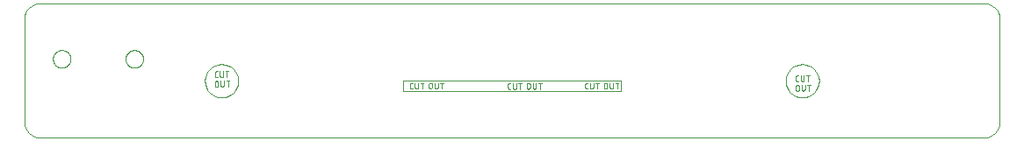
<source format=gbp>
G04 EAGLE Gerber RS-274X export*
G75*
%MOMM*%
%FSLAX34Y34*%
%LPD*%
%INSolder paste bottom*%
%IPPOS*%
%AMOC8*
5,1,8,0,0,1.08239X$1,22.5*%
G01*
%ADD10C,0.001000*%
%ADD11C,0.050800*%
%ADD12C,0.000000*%


D10*
X-208369Y447928D02*
X701481Y447928D01*
X704509Y447620D01*
X707335Y446739D01*
X709895Y445345D01*
X712128Y443500D01*
X713973Y441267D01*
X715367Y438707D01*
X716248Y435881D01*
X716556Y432853D01*
X716556Y333003D01*
X716248Y329975D01*
X715367Y327149D01*
X713973Y324589D01*
X712128Y322356D01*
X709895Y320511D01*
X707335Y319117D01*
X704509Y318236D01*
X701481Y317928D01*
X-208369Y317928D01*
X-211397Y318236D01*
X-214223Y319117D01*
X-216783Y320511D01*
X-219016Y322356D01*
X-220861Y324589D01*
X-222255Y327149D01*
X-223136Y329975D01*
X-223444Y333003D01*
X-223444Y432853D01*
X-223136Y435881D01*
X-222255Y438707D01*
X-220861Y441267D01*
X-219016Y443500D01*
X-216783Y445345D01*
X-214223Y446739D01*
X-211397Y447620D01*
X-208369Y447928D01*
X526556Y388978D02*
X529791Y388652D01*
X532803Y387717D01*
X535530Y386237D01*
X537905Y384277D01*
X539865Y381902D01*
X541345Y379175D01*
X542280Y376163D01*
X542606Y372928D01*
X542280Y369693D01*
X541345Y366681D01*
X539865Y363954D01*
X537905Y361579D01*
X535530Y359619D01*
X532803Y358139D01*
X529791Y357204D01*
X526556Y356878D01*
X523321Y357204D01*
X520309Y358139D01*
X517582Y359619D01*
X515207Y361579D01*
X513247Y363954D01*
X511767Y366681D01*
X510832Y369693D01*
X510506Y372928D01*
X510832Y376163D01*
X511767Y379175D01*
X513247Y381902D01*
X515207Y384277D01*
X517582Y386237D01*
X520309Y387717D01*
X523321Y388652D01*
X526556Y388978D01*
X-30209Y388652D02*
X-33444Y388978D01*
X-30209Y388652D02*
X-27197Y387717D01*
X-24470Y386237D01*
X-22095Y384277D01*
X-20135Y381902D01*
X-18655Y379175D01*
X-17720Y376163D01*
X-17394Y372928D01*
X-17720Y369693D01*
X-18655Y366681D01*
X-20135Y363954D01*
X-22095Y361579D01*
X-24470Y359619D01*
X-27197Y358139D01*
X-30209Y357204D01*
X-33444Y356878D01*
X-36679Y357204D01*
X-39691Y358139D01*
X-42418Y359619D01*
X-44793Y361579D01*
X-46753Y363954D01*
X-48233Y366681D01*
X-49168Y369693D01*
X-49494Y372928D01*
X-49168Y376163D01*
X-48233Y379175D01*
X-46753Y381902D01*
X-44793Y384277D01*
X-42418Y386237D01*
X-39691Y387717D01*
X-36679Y388652D01*
X-33444Y388978D01*
X141556Y362928D02*
X351556Y362928D01*
X351556Y372928D01*
X141556Y372928D01*
X141556Y362928D01*
X523425Y388670D02*
X526556Y388978D01*
X523425Y388670D02*
X520414Y387756D01*
X517639Y386273D01*
X515207Y384277D01*
X513211Y381845D01*
X511728Y379070D01*
X510814Y376059D01*
X510506Y372928D01*
X510814Y369797D01*
X511728Y366786D01*
X513211Y364011D01*
X515207Y361579D01*
X517639Y359583D01*
X520414Y358100D01*
X523425Y357186D01*
X526556Y356878D01*
X529687Y357186D01*
X532698Y358100D01*
X535473Y359583D01*
X537905Y361579D01*
X539901Y364011D01*
X541384Y366786D01*
X542298Y369797D01*
X542606Y372928D01*
X542298Y376059D01*
X541384Y379070D01*
X539901Y381845D01*
X537905Y384277D01*
X535473Y386273D01*
X532698Y387756D01*
X529687Y388670D01*
X526556Y388978D01*
X-33444Y388978D02*
X-36575Y388670D01*
X-39586Y387756D01*
X-42361Y386273D01*
X-44793Y384277D01*
X-46789Y381845D01*
X-48272Y379070D01*
X-49186Y376059D01*
X-49494Y372928D01*
X-49186Y369797D01*
X-48272Y366786D01*
X-46789Y364011D01*
X-44793Y361579D01*
X-42361Y359583D01*
X-39586Y358100D01*
X-36575Y357186D01*
X-33444Y356878D01*
X-30313Y357186D01*
X-27302Y358100D01*
X-24527Y359583D01*
X-22095Y361579D01*
X-20099Y364011D01*
X-18616Y366786D01*
X-17702Y369797D01*
X-17394Y372928D01*
X-17702Y376059D01*
X-18616Y379070D01*
X-20099Y381845D01*
X-22095Y384277D01*
X-24527Y386273D01*
X-27302Y387756D01*
X-30313Y388670D01*
X-33444Y388978D01*
D11*
X-37262Y376398D02*
X-38504Y376398D01*
X-38574Y376400D01*
X-38643Y376406D01*
X-38712Y376416D01*
X-38780Y376429D01*
X-38848Y376447D01*
X-38914Y376468D01*
X-38979Y376493D01*
X-39043Y376521D01*
X-39105Y376553D01*
X-39165Y376588D01*
X-39223Y376627D01*
X-39278Y376669D01*
X-39332Y376714D01*
X-39382Y376762D01*
X-39430Y376812D01*
X-39475Y376866D01*
X-39517Y376921D01*
X-39556Y376979D01*
X-39591Y377039D01*
X-39623Y377101D01*
X-39651Y377165D01*
X-39676Y377230D01*
X-39697Y377296D01*
X-39715Y377364D01*
X-39728Y377432D01*
X-39738Y377501D01*
X-39744Y377570D01*
X-39746Y377640D01*
X-39746Y380744D01*
X-39744Y380814D01*
X-39738Y380883D01*
X-39728Y380952D01*
X-39715Y381020D01*
X-39697Y381088D01*
X-39676Y381154D01*
X-39651Y381219D01*
X-39623Y381283D01*
X-39591Y381345D01*
X-39556Y381405D01*
X-39517Y381463D01*
X-39475Y381518D01*
X-39430Y381572D01*
X-39382Y381622D01*
X-39332Y381670D01*
X-39278Y381715D01*
X-39223Y381757D01*
X-39165Y381796D01*
X-39105Y381831D01*
X-39043Y381863D01*
X-38979Y381891D01*
X-38914Y381916D01*
X-38848Y381937D01*
X-38780Y381955D01*
X-38712Y381968D01*
X-38643Y381978D01*
X-38574Y381984D01*
X-38504Y381986D01*
X-37262Y381986D01*
X-34975Y381986D02*
X-34975Y377950D01*
X-34973Y377873D01*
X-34967Y377795D01*
X-34958Y377719D01*
X-34944Y377642D01*
X-34927Y377567D01*
X-34906Y377493D01*
X-34881Y377419D01*
X-34853Y377347D01*
X-34821Y377277D01*
X-34786Y377208D01*
X-34747Y377141D01*
X-34705Y377076D01*
X-34660Y377013D01*
X-34612Y376952D01*
X-34561Y376894D01*
X-34507Y376839D01*
X-34450Y376786D01*
X-34391Y376737D01*
X-34329Y376690D01*
X-34265Y376646D01*
X-34199Y376606D01*
X-34131Y376569D01*
X-34061Y376535D01*
X-33990Y376505D01*
X-33917Y376479D01*
X-33843Y376456D01*
X-33768Y376437D01*
X-33693Y376422D01*
X-33616Y376410D01*
X-33539Y376402D01*
X-33462Y376398D01*
X-33384Y376398D01*
X-33307Y376402D01*
X-33230Y376410D01*
X-33153Y376422D01*
X-33078Y376437D01*
X-33003Y376456D01*
X-32929Y376479D01*
X-32856Y376505D01*
X-32785Y376535D01*
X-32715Y376569D01*
X-32647Y376606D01*
X-32581Y376646D01*
X-32517Y376690D01*
X-32455Y376737D01*
X-32396Y376786D01*
X-32339Y376839D01*
X-32285Y376894D01*
X-32234Y376952D01*
X-32186Y377013D01*
X-32141Y377076D01*
X-32099Y377141D01*
X-32060Y377208D01*
X-32025Y377277D01*
X-31993Y377347D01*
X-31965Y377419D01*
X-31940Y377493D01*
X-31919Y377567D01*
X-31902Y377642D01*
X-31888Y377719D01*
X-31879Y377795D01*
X-31873Y377873D01*
X-31871Y377950D01*
X-31870Y377950D02*
X-31870Y381986D01*
X-28119Y381986D02*
X-28119Y376398D01*
X-29671Y381986D02*
X-26567Y381986D01*
X-39746Y371290D02*
X-39746Y368806D01*
X-39746Y371290D02*
X-39744Y371367D01*
X-39738Y371445D01*
X-39729Y371521D01*
X-39715Y371598D01*
X-39698Y371673D01*
X-39677Y371747D01*
X-39652Y371821D01*
X-39624Y371893D01*
X-39592Y371963D01*
X-39557Y372032D01*
X-39518Y372099D01*
X-39476Y372164D01*
X-39431Y372227D01*
X-39383Y372288D01*
X-39332Y372346D01*
X-39278Y372401D01*
X-39221Y372454D01*
X-39162Y372503D01*
X-39100Y372550D01*
X-39036Y372594D01*
X-38970Y372634D01*
X-38902Y372671D01*
X-38832Y372705D01*
X-38761Y372735D01*
X-38688Y372761D01*
X-38614Y372784D01*
X-38539Y372803D01*
X-38464Y372818D01*
X-38387Y372830D01*
X-38310Y372838D01*
X-38233Y372842D01*
X-38155Y372842D01*
X-38078Y372838D01*
X-38001Y372830D01*
X-37924Y372818D01*
X-37849Y372803D01*
X-37774Y372784D01*
X-37700Y372761D01*
X-37627Y372735D01*
X-37556Y372705D01*
X-37486Y372671D01*
X-37418Y372634D01*
X-37352Y372594D01*
X-37288Y372550D01*
X-37226Y372503D01*
X-37167Y372454D01*
X-37110Y372401D01*
X-37056Y372346D01*
X-37005Y372288D01*
X-36957Y372227D01*
X-36912Y372164D01*
X-36870Y372099D01*
X-36831Y372032D01*
X-36796Y371963D01*
X-36764Y371893D01*
X-36736Y371821D01*
X-36711Y371747D01*
X-36690Y371673D01*
X-36673Y371598D01*
X-36659Y371521D01*
X-36650Y371445D01*
X-36644Y371367D01*
X-36642Y371290D01*
X-36642Y368806D01*
X-36644Y368729D01*
X-36650Y368651D01*
X-36659Y368575D01*
X-36673Y368498D01*
X-36690Y368423D01*
X-36711Y368349D01*
X-36736Y368275D01*
X-36764Y368203D01*
X-36796Y368133D01*
X-36831Y368064D01*
X-36870Y367997D01*
X-36912Y367932D01*
X-36957Y367869D01*
X-37005Y367808D01*
X-37056Y367750D01*
X-37110Y367695D01*
X-37167Y367642D01*
X-37226Y367593D01*
X-37288Y367546D01*
X-37352Y367502D01*
X-37418Y367462D01*
X-37486Y367425D01*
X-37556Y367391D01*
X-37627Y367361D01*
X-37700Y367335D01*
X-37774Y367312D01*
X-37849Y367293D01*
X-37924Y367278D01*
X-38001Y367266D01*
X-38078Y367258D01*
X-38155Y367254D01*
X-38233Y367254D01*
X-38310Y367258D01*
X-38387Y367266D01*
X-38464Y367278D01*
X-38539Y367293D01*
X-38614Y367312D01*
X-38688Y367335D01*
X-38761Y367361D01*
X-38832Y367391D01*
X-38902Y367425D01*
X-38970Y367462D01*
X-39036Y367502D01*
X-39100Y367546D01*
X-39162Y367593D01*
X-39221Y367642D01*
X-39278Y367695D01*
X-39332Y367750D01*
X-39383Y367808D01*
X-39431Y367869D01*
X-39476Y367932D01*
X-39518Y367997D01*
X-39557Y368064D01*
X-39592Y368133D01*
X-39624Y368203D01*
X-39652Y368275D01*
X-39677Y368349D01*
X-39698Y368423D01*
X-39715Y368498D01*
X-39729Y368575D01*
X-39738Y368651D01*
X-39744Y368729D01*
X-39746Y368806D01*
X-34077Y368806D02*
X-34077Y372842D01*
X-34077Y368806D02*
X-34075Y368729D01*
X-34069Y368651D01*
X-34060Y368575D01*
X-34046Y368498D01*
X-34029Y368423D01*
X-34008Y368349D01*
X-33983Y368275D01*
X-33955Y368203D01*
X-33923Y368133D01*
X-33888Y368064D01*
X-33849Y367997D01*
X-33807Y367932D01*
X-33762Y367869D01*
X-33714Y367808D01*
X-33663Y367750D01*
X-33609Y367695D01*
X-33552Y367642D01*
X-33493Y367593D01*
X-33431Y367546D01*
X-33367Y367502D01*
X-33301Y367462D01*
X-33233Y367425D01*
X-33163Y367391D01*
X-33092Y367361D01*
X-33019Y367335D01*
X-32945Y367312D01*
X-32870Y367293D01*
X-32795Y367278D01*
X-32718Y367266D01*
X-32641Y367258D01*
X-32564Y367254D01*
X-32486Y367254D01*
X-32409Y367258D01*
X-32332Y367266D01*
X-32255Y367278D01*
X-32180Y367293D01*
X-32105Y367312D01*
X-32031Y367335D01*
X-31958Y367361D01*
X-31887Y367391D01*
X-31817Y367425D01*
X-31749Y367462D01*
X-31683Y367502D01*
X-31619Y367546D01*
X-31557Y367593D01*
X-31498Y367642D01*
X-31441Y367695D01*
X-31387Y367750D01*
X-31336Y367808D01*
X-31288Y367869D01*
X-31243Y367932D01*
X-31201Y367997D01*
X-31162Y368064D01*
X-31127Y368133D01*
X-31095Y368203D01*
X-31067Y368275D01*
X-31042Y368349D01*
X-31021Y368423D01*
X-31004Y368498D01*
X-30990Y368575D01*
X-30981Y368651D01*
X-30975Y368729D01*
X-30973Y368806D01*
X-30972Y368806D02*
X-30972Y372842D01*
X-27221Y372842D02*
X-27221Y367254D01*
X-28773Y372842D02*
X-25669Y372842D01*
X521496Y372398D02*
X522738Y372398D01*
X521496Y372398D02*
X521426Y372400D01*
X521357Y372406D01*
X521288Y372416D01*
X521220Y372429D01*
X521152Y372447D01*
X521086Y372468D01*
X521021Y372493D01*
X520957Y372521D01*
X520895Y372553D01*
X520835Y372588D01*
X520777Y372627D01*
X520722Y372669D01*
X520668Y372714D01*
X520618Y372762D01*
X520570Y372812D01*
X520525Y372866D01*
X520483Y372921D01*
X520444Y372979D01*
X520409Y373039D01*
X520377Y373101D01*
X520349Y373165D01*
X520324Y373230D01*
X520303Y373296D01*
X520285Y373364D01*
X520272Y373432D01*
X520262Y373501D01*
X520256Y373570D01*
X520254Y373640D01*
X520254Y376744D01*
X520256Y376814D01*
X520262Y376883D01*
X520272Y376952D01*
X520285Y377020D01*
X520303Y377088D01*
X520324Y377154D01*
X520349Y377219D01*
X520377Y377283D01*
X520409Y377345D01*
X520444Y377405D01*
X520483Y377463D01*
X520525Y377518D01*
X520570Y377572D01*
X520618Y377622D01*
X520668Y377670D01*
X520722Y377715D01*
X520777Y377757D01*
X520835Y377796D01*
X520895Y377831D01*
X520957Y377863D01*
X521021Y377891D01*
X521086Y377916D01*
X521152Y377937D01*
X521220Y377955D01*
X521288Y377968D01*
X521357Y377978D01*
X521426Y377984D01*
X521496Y377986D01*
X522738Y377986D01*
X525025Y377986D02*
X525025Y373950D01*
X525027Y373873D01*
X525033Y373795D01*
X525042Y373719D01*
X525056Y373642D01*
X525073Y373567D01*
X525094Y373493D01*
X525119Y373419D01*
X525147Y373347D01*
X525179Y373277D01*
X525214Y373208D01*
X525253Y373141D01*
X525295Y373076D01*
X525340Y373013D01*
X525388Y372952D01*
X525439Y372894D01*
X525493Y372839D01*
X525550Y372786D01*
X525609Y372737D01*
X525671Y372690D01*
X525735Y372646D01*
X525801Y372606D01*
X525869Y372569D01*
X525939Y372535D01*
X526010Y372505D01*
X526083Y372479D01*
X526157Y372456D01*
X526232Y372437D01*
X526307Y372422D01*
X526384Y372410D01*
X526461Y372402D01*
X526538Y372398D01*
X526616Y372398D01*
X526693Y372402D01*
X526770Y372410D01*
X526847Y372422D01*
X526922Y372437D01*
X526997Y372456D01*
X527071Y372479D01*
X527144Y372505D01*
X527215Y372535D01*
X527285Y372569D01*
X527353Y372606D01*
X527419Y372646D01*
X527483Y372690D01*
X527545Y372737D01*
X527604Y372786D01*
X527661Y372839D01*
X527715Y372894D01*
X527766Y372952D01*
X527814Y373013D01*
X527859Y373076D01*
X527901Y373141D01*
X527940Y373208D01*
X527975Y373277D01*
X528007Y373347D01*
X528035Y373419D01*
X528060Y373493D01*
X528081Y373567D01*
X528098Y373642D01*
X528112Y373719D01*
X528121Y373795D01*
X528127Y373873D01*
X528129Y373950D01*
X528130Y373950D02*
X528130Y377986D01*
X531881Y377986D02*
X531881Y372398D01*
X530329Y377986D02*
X533433Y377986D01*
X520254Y367290D02*
X520254Y364806D01*
X520254Y367290D02*
X520256Y367367D01*
X520262Y367445D01*
X520271Y367521D01*
X520285Y367598D01*
X520302Y367673D01*
X520323Y367747D01*
X520348Y367821D01*
X520376Y367893D01*
X520408Y367963D01*
X520443Y368032D01*
X520482Y368099D01*
X520524Y368164D01*
X520569Y368227D01*
X520617Y368288D01*
X520668Y368346D01*
X520722Y368401D01*
X520779Y368454D01*
X520838Y368503D01*
X520900Y368550D01*
X520964Y368594D01*
X521030Y368634D01*
X521098Y368671D01*
X521168Y368705D01*
X521239Y368735D01*
X521312Y368761D01*
X521386Y368784D01*
X521461Y368803D01*
X521536Y368818D01*
X521613Y368830D01*
X521690Y368838D01*
X521767Y368842D01*
X521845Y368842D01*
X521922Y368838D01*
X521999Y368830D01*
X522076Y368818D01*
X522151Y368803D01*
X522226Y368784D01*
X522300Y368761D01*
X522373Y368735D01*
X522444Y368705D01*
X522514Y368671D01*
X522582Y368634D01*
X522648Y368594D01*
X522712Y368550D01*
X522774Y368503D01*
X522833Y368454D01*
X522890Y368401D01*
X522944Y368346D01*
X522995Y368288D01*
X523043Y368227D01*
X523088Y368164D01*
X523130Y368099D01*
X523169Y368032D01*
X523204Y367963D01*
X523236Y367893D01*
X523264Y367821D01*
X523289Y367747D01*
X523310Y367673D01*
X523327Y367598D01*
X523341Y367521D01*
X523350Y367445D01*
X523356Y367367D01*
X523358Y367290D01*
X523358Y364806D01*
X523356Y364729D01*
X523350Y364651D01*
X523341Y364575D01*
X523327Y364498D01*
X523310Y364423D01*
X523289Y364349D01*
X523264Y364275D01*
X523236Y364203D01*
X523204Y364133D01*
X523169Y364064D01*
X523130Y363997D01*
X523088Y363932D01*
X523043Y363869D01*
X522995Y363808D01*
X522944Y363750D01*
X522890Y363695D01*
X522833Y363642D01*
X522774Y363593D01*
X522712Y363546D01*
X522648Y363502D01*
X522582Y363462D01*
X522514Y363425D01*
X522444Y363391D01*
X522373Y363361D01*
X522300Y363335D01*
X522226Y363312D01*
X522151Y363293D01*
X522076Y363278D01*
X521999Y363266D01*
X521922Y363258D01*
X521845Y363254D01*
X521767Y363254D01*
X521690Y363258D01*
X521613Y363266D01*
X521536Y363278D01*
X521461Y363293D01*
X521386Y363312D01*
X521312Y363335D01*
X521239Y363361D01*
X521168Y363391D01*
X521098Y363425D01*
X521030Y363462D01*
X520964Y363502D01*
X520900Y363546D01*
X520838Y363593D01*
X520779Y363642D01*
X520722Y363695D01*
X520668Y363750D01*
X520617Y363808D01*
X520569Y363869D01*
X520524Y363932D01*
X520482Y363997D01*
X520443Y364064D01*
X520408Y364133D01*
X520376Y364203D01*
X520348Y364275D01*
X520323Y364349D01*
X520302Y364423D01*
X520285Y364498D01*
X520271Y364575D01*
X520262Y364651D01*
X520256Y364729D01*
X520254Y364806D01*
X525923Y364806D02*
X525923Y368842D01*
X525923Y364806D02*
X525925Y364729D01*
X525931Y364651D01*
X525940Y364575D01*
X525954Y364498D01*
X525971Y364423D01*
X525992Y364349D01*
X526017Y364275D01*
X526045Y364203D01*
X526077Y364133D01*
X526112Y364064D01*
X526151Y363997D01*
X526193Y363932D01*
X526238Y363869D01*
X526286Y363808D01*
X526337Y363750D01*
X526391Y363695D01*
X526448Y363642D01*
X526507Y363593D01*
X526569Y363546D01*
X526633Y363502D01*
X526699Y363462D01*
X526767Y363425D01*
X526837Y363391D01*
X526908Y363361D01*
X526981Y363335D01*
X527055Y363312D01*
X527130Y363293D01*
X527205Y363278D01*
X527282Y363266D01*
X527359Y363258D01*
X527436Y363254D01*
X527514Y363254D01*
X527591Y363258D01*
X527668Y363266D01*
X527745Y363278D01*
X527820Y363293D01*
X527895Y363312D01*
X527969Y363335D01*
X528042Y363361D01*
X528113Y363391D01*
X528183Y363425D01*
X528251Y363462D01*
X528317Y363502D01*
X528381Y363546D01*
X528443Y363593D01*
X528502Y363642D01*
X528559Y363695D01*
X528613Y363750D01*
X528664Y363808D01*
X528712Y363869D01*
X528757Y363932D01*
X528799Y363997D01*
X528838Y364064D01*
X528873Y364133D01*
X528905Y364203D01*
X528933Y364275D01*
X528958Y364349D01*
X528979Y364423D01*
X528996Y364498D01*
X529010Y364575D01*
X529019Y364651D01*
X529025Y364729D01*
X529027Y364806D01*
X529028Y364806D02*
X529028Y368842D01*
X532779Y368842D02*
X532779Y363254D01*
X531227Y368842D02*
X534331Y368842D01*
X150738Y365254D02*
X149496Y365254D01*
X149426Y365256D01*
X149357Y365262D01*
X149288Y365272D01*
X149220Y365285D01*
X149152Y365303D01*
X149086Y365324D01*
X149021Y365349D01*
X148957Y365377D01*
X148895Y365409D01*
X148835Y365444D01*
X148777Y365483D01*
X148722Y365525D01*
X148668Y365570D01*
X148618Y365618D01*
X148570Y365668D01*
X148525Y365722D01*
X148483Y365777D01*
X148444Y365835D01*
X148409Y365895D01*
X148377Y365957D01*
X148349Y366021D01*
X148324Y366086D01*
X148303Y366152D01*
X148285Y366220D01*
X148272Y366288D01*
X148262Y366357D01*
X148256Y366426D01*
X148254Y366496D01*
X148254Y369600D01*
X148256Y369670D01*
X148262Y369739D01*
X148272Y369808D01*
X148285Y369876D01*
X148303Y369944D01*
X148324Y370010D01*
X148349Y370075D01*
X148377Y370139D01*
X148409Y370201D01*
X148444Y370261D01*
X148483Y370319D01*
X148525Y370374D01*
X148570Y370428D01*
X148618Y370478D01*
X148668Y370526D01*
X148722Y370571D01*
X148777Y370613D01*
X148835Y370652D01*
X148895Y370687D01*
X148957Y370719D01*
X149021Y370747D01*
X149086Y370772D01*
X149152Y370793D01*
X149220Y370811D01*
X149288Y370824D01*
X149357Y370834D01*
X149426Y370840D01*
X149496Y370842D01*
X150738Y370842D01*
X153025Y370842D02*
X153025Y366806D01*
X153027Y366729D01*
X153033Y366651D01*
X153042Y366575D01*
X153056Y366498D01*
X153073Y366423D01*
X153094Y366349D01*
X153119Y366275D01*
X153147Y366203D01*
X153179Y366133D01*
X153214Y366064D01*
X153253Y365997D01*
X153295Y365932D01*
X153340Y365869D01*
X153388Y365808D01*
X153439Y365750D01*
X153493Y365695D01*
X153550Y365642D01*
X153609Y365593D01*
X153671Y365546D01*
X153735Y365502D01*
X153801Y365462D01*
X153869Y365425D01*
X153939Y365391D01*
X154010Y365361D01*
X154083Y365335D01*
X154157Y365312D01*
X154232Y365293D01*
X154307Y365278D01*
X154384Y365266D01*
X154461Y365258D01*
X154538Y365254D01*
X154616Y365254D01*
X154693Y365258D01*
X154770Y365266D01*
X154847Y365278D01*
X154922Y365293D01*
X154997Y365312D01*
X155071Y365335D01*
X155144Y365361D01*
X155215Y365391D01*
X155285Y365425D01*
X155353Y365462D01*
X155419Y365502D01*
X155483Y365546D01*
X155545Y365593D01*
X155604Y365642D01*
X155661Y365695D01*
X155715Y365750D01*
X155766Y365808D01*
X155814Y365869D01*
X155859Y365932D01*
X155901Y365997D01*
X155940Y366064D01*
X155975Y366133D01*
X156007Y366203D01*
X156035Y366275D01*
X156060Y366349D01*
X156081Y366423D01*
X156098Y366498D01*
X156112Y366575D01*
X156121Y366651D01*
X156127Y366729D01*
X156129Y366806D01*
X156130Y366806D02*
X156130Y370842D01*
X159881Y370842D02*
X159881Y365254D01*
X158329Y370842D02*
X161433Y370842D01*
X166375Y369290D02*
X166375Y366806D01*
X166375Y369290D02*
X166377Y369367D01*
X166383Y369445D01*
X166392Y369521D01*
X166406Y369598D01*
X166423Y369673D01*
X166444Y369747D01*
X166469Y369821D01*
X166497Y369893D01*
X166529Y369963D01*
X166564Y370032D01*
X166603Y370099D01*
X166645Y370164D01*
X166690Y370227D01*
X166738Y370288D01*
X166789Y370346D01*
X166843Y370401D01*
X166900Y370454D01*
X166959Y370503D01*
X167021Y370550D01*
X167085Y370594D01*
X167151Y370634D01*
X167219Y370671D01*
X167289Y370705D01*
X167360Y370735D01*
X167433Y370761D01*
X167507Y370784D01*
X167582Y370803D01*
X167657Y370818D01*
X167734Y370830D01*
X167811Y370838D01*
X167888Y370842D01*
X167966Y370842D01*
X168043Y370838D01*
X168120Y370830D01*
X168197Y370818D01*
X168272Y370803D01*
X168347Y370784D01*
X168421Y370761D01*
X168494Y370735D01*
X168565Y370705D01*
X168635Y370671D01*
X168703Y370634D01*
X168769Y370594D01*
X168833Y370550D01*
X168895Y370503D01*
X168954Y370454D01*
X169011Y370401D01*
X169065Y370346D01*
X169116Y370288D01*
X169164Y370227D01*
X169209Y370164D01*
X169251Y370099D01*
X169290Y370032D01*
X169325Y369963D01*
X169357Y369893D01*
X169385Y369821D01*
X169410Y369747D01*
X169431Y369673D01*
X169448Y369598D01*
X169462Y369521D01*
X169471Y369445D01*
X169477Y369367D01*
X169479Y369290D01*
X169480Y369290D02*
X169480Y366806D01*
X169479Y366806D02*
X169477Y366729D01*
X169471Y366651D01*
X169462Y366575D01*
X169448Y366498D01*
X169431Y366423D01*
X169410Y366349D01*
X169385Y366275D01*
X169357Y366203D01*
X169325Y366133D01*
X169290Y366064D01*
X169251Y365997D01*
X169209Y365932D01*
X169164Y365869D01*
X169116Y365808D01*
X169065Y365750D01*
X169011Y365695D01*
X168954Y365642D01*
X168895Y365593D01*
X168833Y365546D01*
X168769Y365502D01*
X168703Y365462D01*
X168635Y365425D01*
X168565Y365391D01*
X168494Y365361D01*
X168421Y365335D01*
X168347Y365312D01*
X168272Y365293D01*
X168197Y365278D01*
X168120Y365266D01*
X168043Y365258D01*
X167966Y365254D01*
X167888Y365254D01*
X167811Y365258D01*
X167734Y365266D01*
X167657Y365278D01*
X167582Y365293D01*
X167507Y365312D01*
X167433Y365335D01*
X167360Y365361D01*
X167289Y365391D01*
X167219Y365425D01*
X167151Y365462D01*
X167085Y365502D01*
X167021Y365546D01*
X166959Y365593D01*
X166900Y365642D01*
X166843Y365695D01*
X166789Y365750D01*
X166738Y365808D01*
X166690Y365869D01*
X166645Y365932D01*
X166603Y365997D01*
X166564Y366064D01*
X166529Y366133D01*
X166497Y366203D01*
X166469Y366275D01*
X166444Y366349D01*
X166423Y366423D01*
X166406Y366498D01*
X166392Y366575D01*
X166383Y366651D01*
X166377Y366729D01*
X166375Y366806D01*
X172045Y366806D02*
X172045Y370842D01*
X172045Y366806D02*
X172047Y366729D01*
X172053Y366651D01*
X172062Y366575D01*
X172076Y366498D01*
X172093Y366423D01*
X172114Y366349D01*
X172139Y366275D01*
X172167Y366203D01*
X172199Y366133D01*
X172234Y366064D01*
X172273Y365997D01*
X172315Y365932D01*
X172360Y365869D01*
X172408Y365808D01*
X172459Y365750D01*
X172513Y365695D01*
X172570Y365642D01*
X172629Y365593D01*
X172691Y365546D01*
X172755Y365502D01*
X172821Y365462D01*
X172889Y365425D01*
X172959Y365391D01*
X173030Y365361D01*
X173103Y365335D01*
X173177Y365312D01*
X173252Y365293D01*
X173327Y365278D01*
X173404Y365266D01*
X173481Y365258D01*
X173558Y365254D01*
X173636Y365254D01*
X173713Y365258D01*
X173790Y365266D01*
X173867Y365278D01*
X173942Y365293D01*
X174017Y365312D01*
X174091Y365335D01*
X174164Y365361D01*
X174235Y365391D01*
X174305Y365425D01*
X174373Y365462D01*
X174439Y365502D01*
X174503Y365546D01*
X174565Y365593D01*
X174624Y365642D01*
X174681Y365695D01*
X174735Y365750D01*
X174786Y365808D01*
X174834Y365869D01*
X174879Y365932D01*
X174921Y365997D01*
X174960Y366064D01*
X174995Y366133D01*
X175027Y366203D01*
X175055Y366275D01*
X175080Y366349D01*
X175101Y366423D01*
X175118Y366498D01*
X175132Y366575D01*
X175141Y366651D01*
X175147Y366729D01*
X175149Y366806D01*
X175149Y370842D01*
X178900Y370842D02*
X178900Y365254D01*
X177348Y370842D02*
X180452Y370842D01*
X244058Y364955D02*
X245300Y364955D01*
X244058Y364955D02*
X243988Y364957D01*
X243919Y364963D01*
X243850Y364973D01*
X243782Y364986D01*
X243714Y365004D01*
X243648Y365025D01*
X243583Y365050D01*
X243519Y365078D01*
X243457Y365110D01*
X243397Y365145D01*
X243339Y365184D01*
X243284Y365226D01*
X243230Y365271D01*
X243180Y365319D01*
X243132Y365369D01*
X243087Y365423D01*
X243045Y365478D01*
X243006Y365536D01*
X242971Y365596D01*
X242939Y365658D01*
X242911Y365722D01*
X242886Y365787D01*
X242865Y365853D01*
X242847Y365921D01*
X242834Y365989D01*
X242824Y366058D01*
X242818Y366127D01*
X242816Y366197D01*
X242816Y369301D01*
X242818Y369371D01*
X242824Y369440D01*
X242834Y369509D01*
X242847Y369577D01*
X242865Y369645D01*
X242886Y369711D01*
X242911Y369776D01*
X242939Y369840D01*
X242971Y369902D01*
X243006Y369962D01*
X243045Y370020D01*
X243087Y370075D01*
X243132Y370129D01*
X243180Y370179D01*
X243230Y370227D01*
X243284Y370272D01*
X243339Y370314D01*
X243397Y370353D01*
X243457Y370388D01*
X243519Y370420D01*
X243583Y370448D01*
X243648Y370473D01*
X243714Y370494D01*
X243782Y370512D01*
X243850Y370525D01*
X243919Y370535D01*
X243988Y370541D01*
X244058Y370543D01*
X245300Y370543D01*
X247587Y370543D02*
X247587Y366507D01*
X247588Y366507D02*
X247590Y366430D01*
X247596Y366352D01*
X247605Y366276D01*
X247619Y366199D01*
X247636Y366124D01*
X247657Y366050D01*
X247682Y365976D01*
X247710Y365904D01*
X247742Y365834D01*
X247777Y365765D01*
X247816Y365698D01*
X247858Y365633D01*
X247903Y365570D01*
X247951Y365509D01*
X248002Y365451D01*
X248056Y365396D01*
X248113Y365343D01*
X248172Y365294D01*
X248234Y365247D01*
X248298Y365203D01*
X248364Y365163D01*
X248432Y365126D01*
X248502Y365092D01*
X248573Y365062D01*
X248646Y365036D01*
X248720Y365013D01*
X248795Y364994D01*
X248870Y364979D01*
X248947Y364967D01*
X249024Y364959D01*
X249101Y364955D01*
X249179Y364955D01*
X249256Y364959D01*
X249333Y364967D01*
X249410Y364979D01*
X249485Y364994D01*
X249560Y365013D01*
X249634Y365036D01*
X249707Y365062D01*
X249778Y365092D01*
X249848Y365126D01*
X249916Y365163D01*
X249982Y365203D01*
X250046Y365247D01*
X250108Y365294D01*
X250167Y365343D01*
X250224Y365396D01*
X250278Y365451D01*
X250329Y365509D01*
X250377Y365570D01*
X250422Y365633D01*
X250464Y365698D01*
X250503Y365765D01*
X250538Y365834D01*
X250570Y365904D01*
X250598Y365976D01*
X250623Y366050D01*
X250644Y366124D01*
X250661Y366199D01*
X250675Y366276D01*
X250684Y366352D01*
X250690Y366430D01*
X250692Y366507D01*
X250692Y370543D01*
X254443Y370543D02*
X254443Y364955D01*
X252891Y370543D02*
X255995Y370543D01*
X260938Y368991D02*
X260938Y366507D01*
X260938Y368991D02*
X260940Y369068D01*
X260946Y369146D01*
X260955Y369222D01*
X260969Y369299D01*
X260986Y369374D01*
X261007Y369448D01*
X261032Y369522D01*
X261060Y369594D01*
X261092Y369664D01*
X261127Y369733D01*
X261166Y369800D01*
X261208Y369865D01*
X261253Y369928D01*
X261301Y369989D01*
X261352Y370047D01*
X261406Y370102D01*
X261463Y370155D01*
X261522Y370204D01*
X261584Y370251D01*
X261648Y370295D01*
X261714Y370335D01*
X261782Y370372D01*
X261852Y370406D01*
X261923Y370436D01*
X261996Y370462D01*
X262070Y370485D01*
X262145Y370504D01*
X262220Y370519D01*
X262297Y370531D01*
X262374Y370539D01*
X262451Y370543D01*
X262529Y370543D01*
X262606Y370539D01*
X262683Y370531D01*
X262760Y370519D01*
X262835Y370504D01*
X262910Y370485D01*
X262984Y370462D01*
X263057Y370436D01*
X263128Y370406D01*
X263198Y370372D01*
X263266Y370335D01*
X263332Y370295D01*
X263396Y370251D01*
X263458Y370204D01*
X263517Y370155D01*
X263574Y370102D01*
X263628Y370047D01*
X263679Y369989D01*
X263727Y369928D01*
X263772Y369865D01*
X263814Y369800D01*
X263853Y369733D01*
X263888Y369664D01*
X263920Y369594D01*
X263948Y369522D01*
X263973Y369448D01*
X263994Y369374D01*
X264011Y369299D01*
X264025Y369222D01*
X264034Y369146D01*
X264040Y369068D01*
X264042Y368991D01*
X264042Y366507D01*
X264040Y366430D01*
X264034Y366352D01*
X264025Y366276D01*
X264011Y366199D01*
X263994Y366124D01*
X263973Y366050D01*
X263948Y365976D01*
X263920Y365904D01*
X263888Y365834D01*
X263853Y365765D01*
X263814Y365698D01*
X263772Y365633D01*
X263727Y365570D01*
X263679Y365509D01*
X263628Y365451D01*
X263574Y365396D01*
X263517Y365343D01*
X263458Y365294D01*
X263396Y365247D01*
X263332Y365203D01*
X263266Y365163D01*
X263198Y365126D01*
X263128Y365092D01*
X263057Y365062D01*
X262984Y365036D01*
X262910Y365013D01*
X262835Y364994D01*
X262760Y364979D01*
X262683Y364967D01*
X262606Y364959D01*
X262529Y364955D01*
X262451Y364955D01*
X262374Y364959D01*
X262297Y364967D01*
X262220Y364979D01*
X262145Y364994D01*
X262070Y365013D01*
X261996Y365036D01*
X261923Y365062D01*
X261852Y365092D01*
X261782Y365126D01*
X261714Y365163D01*
X261648Y365203D01*
X261584Y365247D01*
X261522Y365294D01*
X261463Y365343D01*
X261406Y365396D01*
X261352Y365451D01*
X261301Y365509D01*
X261253Y365570D01*
X261208Y365633D01*
X261166Y365698D01*
X261127Y365765D01*
X261092Y365834D01*
X261060Y365904D01*
X261032Y365976D01*
X261007Y366050D01*
X260986Y366124D01*
X260969Y366199D01*
X260955Y366276D01*
X260946Y366352D01*
X260940Y366430D01*
X260938Y366507D01*
X266607Y366507D02*
X266607Y370543D01*
X266607Y366507D02*
X266609Y366430D01*
X266615Y366352D01*
X266624Y366276D01*
X266638Y366199D01*
X266655Y366124D01*
X266676Y366050D01*
X266701Y365976D01*
X266729Y365904D01*
X266761Y365834D01*
X266796Y365765D01*
X266835Y365698D01*
X266877Y365633D01*
X266922Y365570D01*
X266970Y365509D01*
X267021Y365451D01*
X267075Y365396D01*
X267132Y365343D01*
X267191Y365294D01*
X267253Y365247D01*
X267317Y365203D01*
X267383Y365163D01*
X267451Y365126D01*
X267521Y365092D01*
X267592Y365062D01*
X267665Y365036D01*
X267739Y365013D01*
X267814Y364994D01*
X267889Y364979D01*
X267966Y364967D01*
X268043Y364959D01*
X268120Y364955D01*
X268198Y364955D01*
X268275Y364959D01*
X268352Y364967D01*
X268429Y364979D01*
X268504Y364994D01*
X268579Y365013D01*
X268653Y365036D01*
X268726Y365062D01*
X268797Y365092D01*
X268867Y365126D01*
X268935Y365163D01*
X269001Y365203D01*
X269065Y365247D01*
X269127Y365294D01*
X269186Y365343D01*
X269243Y365396D01*
X269297Y365451D01*
X269348Y365509D01*
X269396Y365570D01*
X269441Y365633D01*
X269483Y365698D01*
X269522Y365765D01*
X269557Y365834D01*
X269589Y365904D01*
X269617Y365976D01*
X269642Y366050D01*
X269663Y366124D01*
X269680Y366199D01*
X269694Y366276D01*
X269703Y366352D01*
X269709Y366430D01*
X269711Y366507D01*
X269711Y370543D01*
X273463Y370543D02*
X273463Y364955D01*
X271910Y370543D02*
X275015Y370543D01*
X318496Y365254D02*
X319738Y365254D01*
X318496Y365254D02*
X318426Y365256D01*
X318357Y365262D01*
X318288Y365272D01*
X318220Y365285D01*
X318152Y365303D01*
X318086Y365324D01*
X318021Y365349D01*
X317957Y365377D01*
X317895Y365409D01*
X317835Y365444D01*
X317777Y365483D01*
X317722Y365525D01*
X317668Y365570D01*
X317618Y365618D01*
X317570Y365668D01*
X317525Y365722D01*
X317483Y365777D01*
X317444Y365835D01*
X317409Y365895D01*
X317377Y365957D01*
X317349Y366021D01*
X317324Y366086D01*
X317303Y366152D01*
X317285Y366220D01*
X317272Y366288D01*
X317262Y366357D01*
X317256Y366426D01*
X317254Y366496D01*
X317254Y369600D01*
X317256Y369670D01*
X317262Y369739D01*
X317272Y369808D01*
X317285Y369876D01*
X317303Y369944D01*
X317324Y370010D01*
X317349Y370075D01*
X317377Y370139D01*
X317409Y370201D01*
X317444Y370261D01*
X317483Y370319D01*
X317525Y370374D01*
X317570Y370428D01*
X317618Y370478D01*
X317668Y370526D01*
X317722Y370571D01*
X317777Y370613D01*
X317835Y370652D01*
X317895Y370687D01*
X317957Y370719D01*
X318021Y370747D01*
X318086Y370772D01*
X318152Y370793D01*
X318220Y370811D01*
X318288Y370824D01*
X318357Y370834D01*
X318426Y370840D01*
X318496Y370842D01*
X319738Y370842D01*
X322025Y370842D02*
X322025Y366806D01*
X322027Y366729D01*
X322033Y366651D01*
X322042Y366575D01*
X322056Y366498D01*
X322073Y366423D01*
X322094Y366349D01*
X322119Y366275D01*
X322147Y366203D01*
X322179Y366133D01*
X322214Y366064D01*
X322253Y365997D01*
X322295Y365932D01*
X322340Y365869D01*
X322388Y365808D01*
X322439Y365750D01*
X322493Y365695D01*
X322550Y365642D01*
X322609Y365593D01*
X322671Y365546D01*
X322735Y365502D01*
X322801Y365462D01*
X322869Y365425D01*
X322939Y365391D01*
X323010Y365361D01*
X323083Y365335D01*
X323157Y365312D01*
X323232Y365293D01*
X323307Y365278D01*
X323384Y365266D01*
X323461Y365258D01*
X323538Y365254D01*
X323616Y365254D01*
X323693Y365258D01*
X323770Y365266D01*
X323847Y365278D01*
X323922Y365293D01*
X323997Y365312D01*
X324071Y365335D01*
X324144Y365361D01*
X324215Y365391D01*
X324285Y365425D01*
X324353Y365462D01*
X324419Y365502D01*
X324483Y365546D01*
X324545Y365593D01*
X324604Y365642D01*
X324661Y365695D01*
X324715Y365750D01*
X324766Y365808D01*
X324814Y365869D01*
X324859Y365932D01*
X324901Y365997D01*
X324940Y366064D01*
X324975Y366133D01*
X325007Y366203D01*
X325035Y366275D01*
X325060Y366349D01*
X325081Y366423D01*
X325098Y366498D01*
X325112Y366575D01*
X325121Y366651D01*
X325127Y366729D01*
X325129Y366806D01*
X325130Y366806D02*
X325130Y370842D01*
X328881Y370842D02*
X328881Y365254D01*
X327329Y370842D02*
X330433Y370842D01*
X335375Y369290D02*
X335375Y366806D01*
X335375Y369290D02*
X335377Y369367D01*
X335383Y369445D01*
X335392Y369521D01*
X335406Y369598D01*
X335423Y369673D01*
X335444Y369747D01*
X335469Y369821D01*
X335497Y369893D01*
X335529Y369963D01*
X335564Y370032D01*
X335603Y370099D01*
X335645Y370164D01*
X335690Y370227D01*
X335738Y370288D01*
X335789Y370346D01*
X335843Y370401D01*
X335900Y370454D01*
X335959Y370503D01*
X336021Y370550D01*
X336085Y370594D01*
X336151Y370634D01*
X336219Y370671D01*
X336289Y370705D01*
X336360Y370735D01*
X336433Y370761D01*
X336507Y370784D01*
X336582Y370803D01*
X336657Y370818D01*
X336734Y370830D01*
X336811Y370838D01*
X336888Y370842D01*
X336966Y370842D01*
X337043Y370838D01*
X337120Y370830D01*
X337197Y370818D01*
X337272Y370803D01*
X337347Y370784D01*
X337421Y370761D01*
X337494Y370735D01*
X337565Y370705D01*
X337635Y370671D01*
X337703Y370634D01*
X337769Y370594D01*
X337833Y370550D01*
X337895Y370503D01*
X337954Y370454D01*
X338011Y370401D01*
X338065Y370346D01*
X338116Y370288D01*
X338164Y370227D01*
X338209Y370164D01*
X338251Y370099D01*
X338290Y370032D01*
X338325Y369963D01*
X338357Y369893D01*
X338385Y369821D01*
X338410Y369747D01*
X338431Y369673D01*
X338448Y369598D01*
X338462Y369521D01*
X338471Y369445D01*
X338477Y369367D01*
X338479Y369290D01*
X338480Y369290D02*
X338480Y366806D01*
X338479Y366806D02*
X338477Y366729D01*
X338471Y366651D01*
X338462Y366575D01*
X338448Y366498D01*
X338431Y366423D01*
X338410Y366349D01*
X338385Y366275D01*
X338357Y366203D01*
X338325Y366133D01*
X338290Y366064D01*
X338251Y365997D01*
X338209Y365932D01*
X338164Y365869D01*
X338116Y365808D01*
X338065Y365750D01*
X338011Y365695D01*
X337954Y365642D01*
X337895Y365593D01*
X337833Y365546D01*
X337769Y365502D01*
X337703Y365462D01*
X337635Y365425D01*
X337565Y365391D01*
X337494Y365361D01*
X337421Y365335D01*
X337347Y365312D01*
X337272Y365293D01*
X337197Y365278D01*
X337120Y365266D01*
X337043Y365258D01*
X336966Y365254D01*
X336888Y365254D01*
X336811Y365258D01*
X336734Y365266D01*
X336657Y365278D01*
X336582Y365293D01*
X336507Y365312D01*
X336433Y365335D01*
X336360Y365361D01*
X336289Y365391D01*
X336219Y365425D01*
X336151Y365462D01*
X336085Y365502D01*
X336021Y365546D01*
X335959Y365593D01*
X335900Y365642D01*
X335843Y365695D01*
X335789Y365750D01*
X335738Y365808D01*
X335690Y365869D01*
X335645Y365932D01*
X335603Y365997D01*
X335564Y366064D01*
X335529Y366133D01*
X335497Y366203D01*
X335469Y366275D01*
X335444Y366349D01*
X335423Y366423D01*
X335406Y366498D01*
X335392Y366575D01*
X335383Y366651D01*
X335377Y366729D01*
X335375Y366806D01*
X341045Y366806D02*
X341045Y370842D01*
X341045Y366806D02*
X341047Y366729D01*
X341053Y366651D01*
X341062Y366575D01*
X341076Y366498D01*
X341093Y366423D01*
X341114Y366349D01*
X341139Y366275D01*
X341167Y366203D01*
X341199Y366133D01*
X341234Y366064D01*
X341273Y365997D01*
X341315Y365932D01*
X341360Y365869D01*
X341408Y365808D01*
X341459Y365750D01*
X341513Y365695D01*
X341570Y365642D01*
X341629Y365593D01*
X341691Y365546D01*
X341755Y365502D01*
X341821Y365462D01*
X341889Y365425D01*
X341959Y365391D01*
X342030Y365361D01*
X342103Y365335D01*
X342177Y365312D01*
X342252Y365293D01*
X342327Y365278D01*
X342404Y365266D01*
X342481Y365258D01*
X342558Y365254D01*
X342636Y365254D01*
X342713Y365258D01*
X342790Y365266D01*
X342867Y365278D01*
X342942Y365293D01*
X343017Y365312D01*
X343091Y365335D01*
X343164Y365361D01*
X343235Y365391D01*
X343305Y365425D01*
X343373Y365462D01*
X343439Y365502D01*
X343503Y365546D01*
X343565Y365593D01*
X343624Y365642D01*
X343681Y365695D01*
X343735Y365750D01*
X343786Y365808D01*
X343834Y365869D01*
X343879Y365932D01*
X343921Y365997D01*
X343960Y366064D01*
X343995Y366133D01*
X344027Y366203D01*
X344055Y366275D01*
X344080Y366349D01*
X344101Y366423D01*
X344118Y366498D01*
X344132Y366575D01*
X344141Y366651D01*
X344147Y366729D01*
X344149Y366806D01*
X344149Y370842D01*
X347900Y370842D02*
X347900Y365254D01*
X346348Y370842D02*
X349452Y370842D01*
D12*
X-195900Y394000D02*
X-195897Y394209D01*
X-195890Y394417D01*
X-195877Y394625D01*
X-195859Y394833D01*
X-195836Y395040D01*
X-195808Y395247D01*
X-195775Y395453D01*
X-195737Y395658D01*
X-195693Y395862D01*
X-195645Y396065D01*
X-195592Y396267D01*
X-195534Y396467D01*
X-195471Y396666D01*
X-195403Y396864D01*
X-195330Y397059D01*
X-195253Y397253D01*
X-195171Y397445D01*
X-195084Y397634D01*
X-194992Y397822D01*
X-194896Y398007D01*
X-194796Y398190D01*
X-194691Y398370D01*
X-194581Y398547D01*
X-194467Y398722D01*
X-194349Y398894D01*
X-194227Y399063D01*
X-194101Y399229D01*
X-193971Y399392D01*
X-193836Y399552D01*
X-193698Y399708D01*
X-193556Y399861D01*
X-193410Y400010D01*
X-193261Y400156D01*
X-193108Y400298D01*
X-192952Y400436D01*
X-192792Y400571D01*
X-192629Y400701D01*
X-192463Y400827D01*
X-192294Y400949D01*
X-192122Y401067D01*
X-191947Y401181D01*
X-191770Y401291D01*
X-191590Y401396D01*
X-191407Y401496D01*
X-191222Y401592D01*
X-191034Y401684D01*
X-190845Y401771D01*
X-190653Y401853D01*
X-190459Y401930D01*
X-190264Y402003D01*
X-190066Y402071D01*
X-189867Y402134D01*
X-189667Y402192D01*
X-189465Y402245D01*
X-189262Y402293D01*
X-189058Y402337D01*
X-188853Y402375D01*
X-188647Y402408D01*
X-188440Y402436D01*
X-188233Y402459D01*
X-188025Y402477D01*
X-187817Y402490D01*
X-187609Y402497D01*
X-187400Y402500D01*
X-187191Y402497D01*
X-186983Y402490D01*
X-186775Y402477D01*
X-186567Y402459D01*
X-186360Y402436D01*
X-186153Y402408D01*
X-185947Y402375D01*
X-185742Y402337D01*
X-185538Y402293D01*
X-185335Y402245D01*
X-185133Y402192D01*
X-184933Y402134D01*
X-184734Y402071D01*
X-184536Y402003D01*
X-184341Y401930D01*
X-184147Y401853D01*
X-183955Y401771D01*
X-183766Y401684D01*
X-183578Y401592D01*
X-183393Y401496D01*
X-183210Y401396D01*
X-183030Y401291D01*
X-182853Y401181D01*
X-182678Y401067D01*
X-182506Y400949D01*
X-182337Y400827D01*
X-182171Y400701D01*
X-182008Y400571D01*
X-181848Y400436D01*
X-181692Y400298D01*
X-181539Y400156D01*
X-181390Y400010D01*
X-181244Y399861D01*
X-181102Y399708D01*
X-180964Y399552D01*
X-180829Y399392D01*
X-180699Y399229D01*
X-180573Y399063D01*
X-180451Y398894D01*
X-180333Y398722D01*
X-180219Y398547D01*
X-180109Y398370D01*
X-180004Y398190D01*
X-179904Y398007D01*
X-179808Y397822D01*
X-179716Y397634D01*
X-179629Y397445D01*
X-179547Y397253D01*
X-179470Y397059D01*
X-179397Y396864D01*
X-179329Y396666D01*
X-179266Y396467D01*
X-179208Y396267D01*
X-179155Y396065D01*
X-179107Y395862D01*
X-179063Y395658D01*
X-179025Y395453D01*
X-178992Y395247D01*
X-178964Y395040D01*
X-178941Y394833D01*
X-178923Y394625D01*
X-178910Y394417D01*
X-178903Y394209D01*
X-178900Y394000D01*
X-178903Y393791D01*
X-178910Y393583D01*
X-178923Y393375D01*
X-178941Y393167D01*
X-178964Y392960D01*
X-178992Y392753D01*
X-179025Y392547D01*
X-179063Y392342D01*
X-179107Y392138D01*
X-179155Y391935D01*
X-179208Y391733D01*
X-179266Y391533D01*
X-179329Y391334D01*
X-179397Y391136D01*
X-179470Y390941D01*
X-179547Y390747D01*
X-179629Y390555D01*
X-179716Y390366D01*
X-179808Y390178D01*
X-179904Y389993D01*
X-180004Y389810D01*
X-180109Y389630D01*
X-180219Y389453D01*
X-180333Y389278D01*
X-180451Y389106D01*
X-180573Y388937D01*
X-180699Y388771D01*
X-180829Y388608D01*
X-180964Y388448D01*
X-181102Y388292D01*
X-181244Y388139D01*
X-181390Y387990D01*
X-181539Y387844D01*
X-181692Y387702D01*
X-181848Y387564D01*
X-182008Y387429D01*
X-182171Y387299D01*
X-182337Y387173D01*
X-182506Y387051D01*
X-182678Y386933D01*
X-182853Y386819D01*
X-183030Y386709D01*
X-183210Y386604D01*
X-183393Y386504D01*
X-183578Y386408D01*
X-183766Y386316D01*
X-183955Y386229D01*
X-184147Y386147D01*
X-184341Y386070D01*
X-184536Y385997D01*
X-184734Y385929D01*
X-184933Y385866D01*
X-185133Y385808D01*
X-185335Y385755D01*
X-185538Y385707D01*
X-185742Y385663D01*
X-185947Y385625D01*
X-186153Y385592D01*
X-186360Y385564D01*
X-186567Y385541D01*
X-186775Y385523D01*
X-186983Y385510D01*
X-187191Y385503D01*
X-187400Y385500D01*
X-187609Y385503D01*
X-187817Y385510D01*
X-188025Y385523D01*
X-188233Y385541D01*
X-188440Y385564D01*
X-188647Y385592D01*
X-188853Y385625D01*
X-189058Y385663D01*
X-189262Y385707D01*
X-189465Y385755D01*
X-189667Y385808D01*
X-189867Y385866D01*
X-190066Y385929D01*
X-190264Y385997D01*
X-190459Y386070D01*
X-190653Y386147D01*
X-190845Y386229D01*
X-191034Y386316D01*
X-191222Y386408D01*
X-191407Y386504D01*
X-191590Y386604D01*
X-191770Y386709D01*
X-191947Y386819D01*
X-192122Y386933D01*
X-192294Y387051D01*
X-192463Y387173D01*
X-192629Y387299D01*
X-192792Y387429D01*
X-192952Y387564D01*
X-193108Y387702D01*
X-193261Y387844D01*
X-193410Y387990D01*
X-193556Y388139D01*
X-193698Y388292D01*
X-193836Y388448D01*
X-193971Y388608D01*
X-194101Y388771D01*
X-194227Y388937D01*
X-194349Y389106D01*
X-194467Y389278D01*
X-194581Y389453D01*
X-194691Y389630D01*
X-194796Y389810D01*
X-194896Y389993D01*
X-194992Y390178D01*
X-195084Y390366D01*
X-195171Y390555D01*
X-195253Y390747D01*
X-195330Y390941D01*
X-195403Y391136D01*
X-195471Y391334D01*
X-195534Y391533D01*
X-195592Y391733D01*
X-195645Y391935D01*
X-195693Y392138D01*
X-195737Y392342D01*
X-195775Y392547D01*
X-195808Y392753D01*
X-195836Y392960D01*
X-195859Y393167D01*
X-195877Y393375D01*
X-195890Y393583D01*
X-195897Y393791D01*
X-195900Y394000D01*
X-125900Y394000D02*
X-125897Y394209D01*
X-125890Y394417D01*
X-125877Y394625D01*
X-125859Y394833D01*
X-125836Y395040D01*
X-125808Y395247D01*
X-125775Y395453D01*
X-125737Y395658D01*
X-125693Y395862D01*
X-125645Y396065D01*
X-125592Y396267D01*
X-125534Y396467D01*
X-125471Y396666D01*
X-125403Y396864D01*
X-125330Y397059D01*
X-125253Y397253D01*
X-125171Y397445D01*
X-125084Y397634D01*
X-124992Y397822D01*
X-124896Y398007D01*
X-124796Y398190D01*
X-124691Y398370D01*
X-124581Y398547D01*
X-124467Y398722D01*
X-124349Y398894D01*
X-124227Y399063D01*
X-124101Y399229D01*
X-123971Y399392D01*
X-123836Y399552D01*
X-123698Y399708D01*
X-123556Y399861D01*
X-123410Y400010D01*
X-123261Y400156D01*
X-123108Y400298D01*
X-122952Y400436D01*
X-122792Y400571D01*
X-122629Y400701D01*
X-122463Y400827D01*
X-122294Y400949D01*
X-122122Y401067D01*
X-121947Y401181D01*
X-121770Y401291D01*
X-121590Y401396D01*
X-121407Y401496D01*
X-121222Y401592D01*
X-121034Y401684D01*
X-120845Y401771D01*
X-120653Y401853D01*
X-120459Y401930D01*
X-120264Y402003D01*
X-120066Y402071D01*
X-119867Y402134D01*
X-119667Y402192D01*
X-119465Y402245D01*
X-119262Y402293D01*
X-119058Y402337D01*
X-118853Y402375D01*
X-118647Y402408D01*
X-118440Y402436D01*
X-118233Y402459D01*
X-118025Y402477D01*
X-117817Y402490D01*
X-117609Y402497D01*
X-117400Y402500D01*
X-117191Y402497D01*
X-116983Y402490D01*
X-116775Y402477D01*
X-116567Y402459D01*
X-116360Y402436D01*
X-116153Y402408D01*
X-115947Y402375D01*
X-115742Y402337D01*
X-115538Y402293D01*
X-115335Y402245D01*
X-115133Y402192D01*
X-114933Y402134D01*
X-114734Y402071D01*
X-114536Y402003D01*
X-114341Y401930D01*
X-114147Y401853D01*
X-113955Y401771D01*
X-113766Y401684D01*
X-113578Y401592D01*
X-113393Y401496D01*
X-113210Y401396D01*
X-113030Y401291D01*
X-112853Y401181D01*
X-112678Y401067D01*
X-112506Y400949D01*
X-112337Y400827D01*
X-112171Y400701D01*
X-112008Y400571D01*
X-111848Y400436D01*
X-111692Y400298D01*
X-111539Y400156D01*
X-111390Y400010D01*
X-111244Y399861D01*
X-111102Y399708D01*
X-110964Y399552D01*
X-110829Y399392D01*
X-110699Y399229D01*
X-110573Y399063D01*
X-110451Y398894D01*
X-110333Y398722D01*
X-110219Y398547D01*
X-110109Y398370D01*
X-110004Y398190D01*
X-109904Y398007D01*
X-109808Y397822D01*
X-109716Y397634D01*
X-109629Y397445D01*
X-109547Y397253D01*
X-109470Y397059D01*
X-109397Y396864D01*
X-109329Y396666D01*
X-109266Y396467D01*
X-109208Y396267D01*
X-109155Y396065D01*
X-109107Y395862D01*
X-109063Y395658D01*
X-109025Y395453D01*
X-108992Y395247D01*
X-108964Y395040D01*
X-108941Y394833D01*
X-108923Y394625D01*
X-108910Y394417D01*
X-108903Y394209D01*
X-108900Y394000D01*
X-108903Y393791D01*
X-108910Y393583D01*
X-108923Y393375D01*
X-108941Y393167D01*
X-108964Y392960D01*
X-108992Y392753D01*
X-109025Y392547D01*
X-109063Y392342D01*
X-109107Y392138D01*
X-109155Y391935D01*
X-109208Y391733D01*
X-109266Y391533D01*
X-109329Y391334D01*
X-109397Y391136D01*
X-109470Y390941D01*
X-109547Y390747D01*
X-109629Y390555D01*
X-109716Y390366D01*
X-109808Y390178D01*
X-109904Y389993D01*
X-110004Y389810D01*
X-110109Y389630D01*
X-110219Y389453D01*
X-110333Y389278D01*
X-110451Y389106D01*
X-110573Y388937D01*
X-110699Y388771D01*
X-110829Y388608D01*
X-110964Y388448D01*
X-111102Y388292D01*
X-111244Y388139D01*
X-111390Y387990D01*
X-111539Y387844D01*
X-111692Y387702D01*
X-111848Y387564D01*
X-112008Y387429D01*
X-112171Y387299D01*
X-112337Y387173D01*
X-112506Y387051D01*
X-112678Y386933D01*
X-112853Y386819D01*
X-113030Y386709D01*
X-113210Y386604D01*
X-113393Y386504D01*
X-113578Y386408D01*
X-113766Y386316D01*
X-113955Y386229D01*
X-114147Y386147D01*
X-114341Y386070D01*
X-114536Y385997D01*
X-114734Y385929D01*
X-114933Y385866D01*
X-115133Y385808D01*
X-115335Y385755D01*
X-115538Y385707D01*
X-115742Y385663D01*
X-115947Y385625D01*
X-116153Y385592D01*
X-116360Y385564D01*
X-116567Y385541D01*
X-116775Y385523D01*
X-116983Y385510D01*
X-117191Y385503D01*
X-117400Y385500D01*
X-117609Y385503D01*
X-117817Y385510D01*
X-118025Y385523D01*
X-118233Y385541D01*
X-118440Y385564D01*
X-118647Y385592D01*
X-118853Y385625D01*
X-119058Y385663D01*
X-119262Y385707D01*
X-119465Y385755D01*
X-119667Y385808D01*
X-119867Y385866D01*
X-120066Y385929D01*
X-120264Y385997D01*
X-120459Y386070D01*
X-120653Y386147D01*
X-120845Y386229D01*
X-121034Y386316D01*
X-121222Y386408D01*
X-121407Y386504D01*
X-121590Y386604D01*
X-121770Y386709D01*
X-121947Y386819D01*
X-122122Y386933D01*
X-122294Y387051D01*
X-122463Y387173D01*
X-122629Y387299D01*
X-122792Y387429D01*
X-122952Y387564D01*
X-123108Y387702D01*
X-123261Y387844D01*
X-123410Y387990D01*
X-123556Y388139D01*
X-123698Y388292D01*
X-123836Y388448D01*
X-123971Y388608D01*
X-124101Y388771D01*
X-124227Y388937D01*
X-124349Y389106D01*
X-124467Y389278D01*
X-124581Y389453D01*
X-124691Y389630D01*
X-124796Y389810D01*
X-124896Y389993D01*
X-124992Y390178D01*
X-125084Y390366D01*
X-125171Y390555D01*
X-125253Y390747D01*
X-125330Y390941D01*
X-125403Y391136D01*
X-125471Y391334D01*
X-125534Y391533D01*
X-125592Y391733D01*
X-125645Y391935D01*
X-125693Y392138D01*
X-125737Y392342D01*
X-125775Y392547D01*
X-125808Y392753D01*
X-125836Y392960D01*
X-125859Y393167D01*
X-125877Y393375D01*
X-125890Y393583D01*
X-125897Y393791D01*
X-125900Y394000D01*
M02*

</source>
